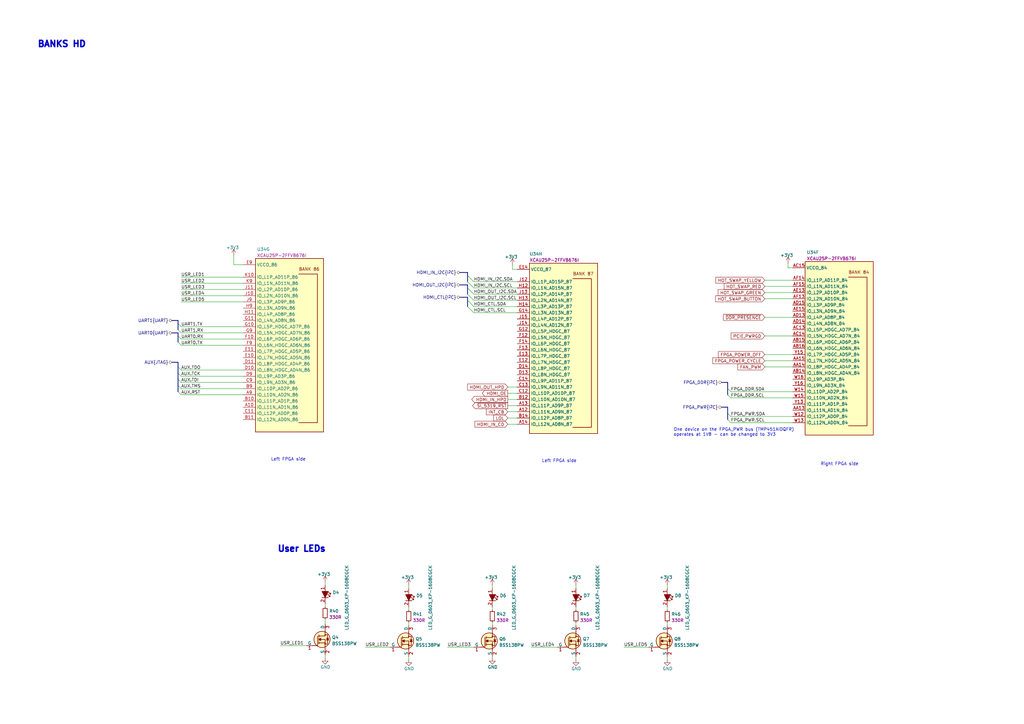
<source format=kicad_sch>
(kicad_sch (version 20230121) (generator eeschema)
  (paper "A3")
  (title_block (title "RDIMM DDR5 Tester") (date "2024-09-26") (rev "2.0.0") (comment 1 "www.antmicro.com") (comment 2 "Antmicro Ltd"))
  (bus_entry (at 194.31 120.65) (size -2.54 -2.54))
  (bus_entry (at 74.295 139.065) (size -1.27 -1.27))
  (bus_entry (at 194.31 115.57) (size -2.54 -2.54))
  (bus_entry (at 73.025 155.575) (size 1.27 1.27))
  (bus_entry (at 73.025 140.335) (size 1.27 1.27))
  (bus_entry (at 298.45 169.545) (size 1.27 1.27))
  (bus_entry (at 298.45 159.385) (size 1.27 1.27))
  (bus_entry (at 194.31 128.27) (size -2.54 -2.54))
  (bus_entry (at 298.45 161.925) (size 1.27 1.27))
  (bus_entry (at 73.025 135.255) (size 1.27 1.27))
  (bus_entry (at 298.45 172.085) (size 1.27 1.27))
  (bus_entry (at 73.025 150.495) (size 1.27 1.27))
  (bus_entry (at 73.025 132.715) (size 1.27 1.27))
  (bus_entry (at 194.31 118.11) (size -2.54 -2.54))
  (bus_entry (at 194.31 125.73) (size -2.54 -2.54))
  (bus_entry (at 73.025 158.115) (size 1.27 1.27))
  (bus_entry (at 73.025 153.035) (size 1.27 1.27))
  (bus_entry (at 194.31 123.19) (size -2.54 -2.54))
  (bus_entry (at 73.025 160.655) (size 1.27 1.27))
  (wire (pts (xy 217.805 265.43) (xy 228.6 265.43)))
  (wire (pts (xy 201.93 240.03) (xy 201.93 241.3)))
  (wire (pts (xy 201.93 248.92) (xy 201.93 250.19)))
  (wire (pts (xy 74.295 118.745) (xy 99.695 118.745)))
  (bus (pts (xy 70.485 136.525) (xy 73.025 136.525)))
  (wire (pts (xy 313.69 150.495) (xy 325.12 150.495)))
  (wire (pts (xy 133.35 268.605) (xy 133.35 269.875)))
  (bus (pts (xy 298.45 159.385) (xy 298.45 161.925)))
  (wire (pts (xy 273.685 240.03) (xy 273.685 241.3)))
  (wire (pts (xy 74.295 156.845) (xy 99.695 156.845)))
  (wire (pts (xy 149.86 265.43) (xy 160.02 265.43)))
  (bus (pts (xy 191.77 121.92) (xy 191.77 123.19)))
  (wire (pts (xy 208.28 158.75) (xy 212.09 158.75)))
  (wire (pts (xy 323.215 109.855) (xy 325.12 109.855)))
  (wire (pts (xy 74.295 123.825) (xy 99.695 123.825)))
  (wire (pts (xy 167.64 269.24) (xy 167.64 270.51)))
  (wire (pts (xy 210.185 108.585) (xy 210.185 110.49)))
  (wire (pts (xy 95.885 108.585) (xy 99.695 108.585)))
  (wire (pts (xy 74.295 116.205) (xy 99.695 116.205)))
  (wire (pts (xy 194.31 120.65) (xy 212.09 120.65)))
  (wire (pts (xy 210.185 110.49) (xy 212.09 110.49)))
  (wire (pts (xy 194.31 115.57) (xy 212.09 115.57)))
  (wire (pts (xy 74.295 141.605) (xy 99.695 141.605)))
  (bus (pts (xy 188.595 121.92) (xy 191.77 121.92)))
  (wire (pts (xy 236.22 240.03) (xy 236.22 241.3)))
  (bus (pts (xy 191.77 113.03) (xy 191.77 115.57)))
  (wire (pts (xy 74.295 113.665) (xy 99.695 113.665)))
  (wire (pts (xy 208.28 168.91) (xy 212.09 168.91)))
  (wire (pts (xy 273.685 248.92) (xy 273.685 250.19)))
  (wire (pts (xy 194.31 118.11) (xy 212.09 118.11)))
  (wire (pts (xy 201.93 269.24) (xy 201.93 269.875)))
  (wire (pts (xy 74.295 151.765) (xy 99.695 151.765)))
  (wire (pts (xy 273.685 269.24) (xy 273.685 270.51)))
  (wire (pts (xy 95.885 104.775) (xy 95.885 108.585)))
  (wire (pts (xy 255.905 265.43) (xy 266.065 265.43)))
  (bus (pts (xy 188.595 116.84) (xy 191.77 116.84)))
  (bus (pts (xy 191.77 116.84) (xy 191.77 118.11)))
  (bus (pts (xy 70.485 148.59) (xy 73.025 148.59)))
  (bus (pts (xy 191.77 123.19) (xy 191.77 125.73)))
  (wire (pts (xy 313.69 137.795) (xy 325.12 137.795)))
  (bus (pts (xy 73.025 153.035) (xy 73.025 155.575)))
  (bus (pts (xy 73.025 131.445) (xy 73.025 132.715)))
  (wire (pts (xy 313.69 145.415) (xy 325.12 145.415)))
  (wire (pts (xy 74.295 139.065) (xy 99.695 139.065)))
  (wire (pts (xy 313.69 120.015) (xy 325.12 120.015)))
  (wire (pts (xy 74.295 159.385) (xy 99.695 159.385)))
  (wire (pts (xy 194.31 128.27) (xy 212.09 128.27)))
  (wire (pts (xy 167.64 240.03) (xy 167.64 241.3)))
  (wire (pts (xy 201.93 255.27) (xy 201.93 256.54)))
  (bus (pts (xy 73.025 148.59) (xy 73.025 150.495)))
  (wire (pts (xy 236.22 255.27) (xy 236.22 256.54)))
  (wire (pts (xy 194.31 125.73) (xy 212.09 125.73)))
  (bus (pts (xy 70.485 131.445) (xy 73.025 131.445)))
  (bus (pts (xy 73.025 158.115) (xy 73.025 160.655)))
  (bus (pts (xy 73.025 155.575) (xy 73.025 158.115)))
  (bus (pts (xy 298.45 169.545) (xy 298.45 172.085)))
  (wire (pts (xy 323.215 107.95) (xy 323.215 109.855)))
  (wire (pts (xy 74.295 133.985) (xy 99.695 133.985)))
  (bus (pts (xy 73.025 137.795) (xy 73.025 140.335)))
  (bus (pts (xy 73.025 132.715) (xy 73.025 135.255)))
  (bus (pts (xy 191.77 118.11) (xy 191.77 120.65)))
  (wire (pts (xy 194.31 123.19) (xy 212.09 123.19)))
  (wire (pts (xy 313.69 147.955) (xy 325.12 147.955)))
  (wire (pts (xy 208.28 173.99) (xy 212.09 173.99)))
  (bus (pts (xy 295.91 156.845) (xy 298.45 156.845)))
  (wire (pts (xy 183.515 265.43) (xy 194.31 265.43)))
  (wire (pts (xy 133.35 254) (xy 133.35 255.905)))
  (wire (pts (xy 208.28 161.29) (xy 212.09 161.29)))
  (wire (pts (xy 313.69 122.555) (xy 325.12 122.555)))
  (bus (pts (xy 298.45 167.005) (xy 298.45 169.545)))
  (bus (pts (xy 191.77 111.76) (xy 191.77 113.03)))
  (wire (pts (xy 299.72 160.655) (xy 325.12 160.655)))
  (wire (pts (xy 273.685 255.27) (xy 273.685 256.54)))
  (wire (pts (xy 299.72 173.355) (xy 325.12 173.355)))
  (wire (pts (xy 74.295 161.925) (xy 99.695 161.925)))
  (wire (pts (xy 114.935 264.795) (xy 125.73 264.795)))
  (wire (pts (xy 236.22 248.92) (xy 236.22 250.19)))
  (wire (pts (xy 167.64 248.92) (xy 167.64 250.19)))
  (wire (pts (xy 208.28 171.45) (xy 212.09 171.45)))
  (wire (pts (xy 208.28 163.83) (xy 212.09 163.83)))
  (wire (pts (xy 236.22 269.24) (xy 236.22 270.51)))
  (wire (pts (xy 74.295 121.285) (xy 99.695 121.285)))
  (wire (pts (xy 313.69 114.935) (xy 325.12 114.935)))
  (wire (pts (xy 299.72 163.195) (xy 325.12 163.195)))
  (bus (pts (xy 295.91 167.005) (xy 298.45 167.005)))
  (wire (pts (xy 167.64 255.27) (xy 167.64 256.54)))
  (bus (pts (xy 73.025 136.525) (xy 73.025 137.795)))
  (wire (pts (xy 133.35 238.76) (xy 133.35 240.03)))
  (wire (pts (xy 313.69 117.475) (xy 325.12 117.475)))
  (wire (pts (xy 299.72 170.815) (xy 325.12 170.815)))
  (wire (pts (xy 74.295 136.525) (xy 99.695 136.525)))
  (bus (pts (xy 188.595 111.76) (xy 191.77 111.76)))
  (wire (pts (xy 133.35 247.65) (xy 133.35 248.92)))
  (wire (pts (xy 313.69 130.175) (xy 325.12 130.175)))
  (wire (pts (xy 208.28 166.37) (xy 212.09 166.37)))
  (bus (pts (xy 73.025 150.495) (xy 73.025 153.035)))
  (wire (pts (xy 74.295 154.305) (xy 99.695 154.305)))
  (bus (pts (xy 298.45 156.845) (xy 298.45 159.385)))
  (text "Left FPGA side" (at 222.25 189.865 0) (effects (font (size 1.27 1.27)) (justify left bottom)))
  (text "User LEDs" (at 113.665 226.695 0) (effects (font (size 2.54 2.54) (thickness 0.5994) bold) (justify left bottom)))
  (text "Left FPGA side" (at 111.125 189.23 0) (effects (font (size 1.27 1.27)) (justify left bottom)))
  (text "BANKS HD" (at 15.24 19.685 0) (effects (font (size 2.54 2.54) (thickness 0.5994) bold) (justify left bottom)))
  (text "One device on the FPGA_PWR bus (TMP451AIDQFR)\noperates at 1V8 - can be changed to 3V3" (at 276.225 179.07 0) (effects (font (size 1.27 1.27)) (justify left bottom)))
  (text "Right FPGA side" (at 336.55 191.135 0) (effects (font (size 1.27 1.27)) (justify left bottom)))
  (label "USR_LED5" (at 255.905 265.43 0))
  (label "FPGA_DDR.SCL" (at 299.72 163.195 0))
  (label "USR_LED5" (at 74.295 123.825 0))
  (label "FPGA_DDR.SDA" (at 299.72 160.655 0))
  (label "HDMI_CTL.SCL" (at 194.31 128.27 0))
  (label "AUX.RST" (at 74.295 161.925 0))
  (label "USR_LED4" (at 74.295 121.285 0))
  (label "HDMI_OUT_I2C.SDA" (at 194.31 120.65 0))
  (label "USR_LED1" (at 114.935 264.795 0))
  (label "FPGA_PWR.SDA" (at 299.72 170.815 0))
  (label "AUX.TDO" (at 74.295 151.765 0))
  (label "USR_LED4" (at 217.805 265.43 0))
  (label "FPGA_PWR.SCL" (at 299.72 173.355 0))
  (label "USR_LED2" (at 149.86 265.43 0))
  (label "UART1.RX" (at 74.295 136.525 0))
  (label "HDMI_IN_I2C.SCL" (at 194.31 118.11 0))
  (label "HDMI_CTL.SDA" (at 194.31 125.73 0))
  (label "HDMI_IN_I2C.SDA" (at 194.31 115.57 0))
  (label "USR_LED3" (at 74.295 118.745 0))
  (label "AUX.TCK" (at 74.295 154.305 0))
  (label "HDMI_OUT_I2C.SCL" (at 194.31 123.19 0))
  (label "USR_LED1" (at 74.295 113.665 0))
  (label "USR_LED2" (at 74.295 116.205 0))
  (label "UART0.RX" (at 74.295 139.065 0))
  (label "AUX.TMS" (at 74.295 159.385 0))
  (label "UART0.TX" (at 74.295 141.605 0))
  (label "USR_LED3" (at 183.515 265.43 0))
  (label "UART1.TX" (at 74.295 133.985 0))
  (label "AUX.TDI" (at 74.295 156.845 0))
  (global_label "HDMI_IN_HPD" (shape output) (at 208.28 163.83 180) (property "Intersheetrefs" "${INTERSHEET_REFS}" (at 193.5513 163.83 0) (effects (justify right))))
  (global_label "HOT_SWAP_RED" (shape input) (at 313.69 117.475 180) (property "Intersheetrefs" "${INTERSHEET_REFS}" (at 297.0934 117.3956 0) (effects (justify right))))
  (global_label "HDMI_OUT_HPD" (shape input) (at 208.28 158.75 180) (property "Intersheetrefs" "${INTERSHEET_REFS}" (at 191.858 158.75 0) (effects (justify right))))
  (global_label "~{SI_5319_RST}" (shape output) (at 208.28 166.37 180) (property "Intersheetrefs" "${INTERSHEET_REFS}" (at 193.9144 166.37 0) (effects (justify right))))
  (global_label "FPGA_POWER_OFF" (shape input) (at 313.69 145.415 180) (property "Intersheetrefs" "${INTERSHEET_REFS}" (at 294.7348 145.3356 0) (effects (justify right))))
  (global_label "FPGA_POWER_CYCLE" (shape input) (at 313.69 147.955 180) (property "Intersheetrefs" "${INTERSHEET_REFS}" (at 292.4368 147.8756 0) (effects (justify right))))
  (global_label "HDMI_OE" (shape output) (at 208.28 161.29 180) (property "Intersheetrefs" "${INTERSHEET_REFS}" (at 197.8452 161.29 0) (effects (justify right))))
  (global_label "FAN_PWM" (shape input) (at 313.69 150.495 180) (property "Intersheetrefs" "${INTERSHEET_REFS}" (at 302.7177 150.4156 0) (effects (justify right))))
  (global_label "HDMI_IN_CD" (shape input) (at 208.28 173.99 180) (property "Intersheetrefs" "${INTERSHEET_REFS}" (at 194.8818 173.99 0) (effects (justify right))))
  (global_label "HOT_SWAP_BUTTON" (shape input) (at 313.69 122.555 180) (property "Intersheetrefs" "${INTERSHEET_REFS}" (at 293.5858 122.6344 0) (effects (justify right))))
  (global_label "LOL" (shape input) (at 208.28 171.45 180) (property "Intersheetrefs" "${INTERSHEET_REFS}" (at 202.5623 171.45 0) (effects (justify right))))
  (global_label "HOT_SWAP_GREEN" (shape input) (at 313.69 120.015 180) (property "Intersheetrefs" "${INTERSHEET_REFS}" (at 294.6139 119.9356 0) (effects (justify right))))
  (global_label "INT_CB" (shape input) (at 208.28 168.91 180) (property "Intersheetrefs" "${INTERSHEET_REFS}" (at 199.5385 168.91 0) (effects (justify right))))
  (global_label "HOT_SWAP_YELLOW" (shape input) (at 313.69 114.935 180) (property "Intersheetrefs" "${INTERSHEET_REFS}" (at 293.7068 114.8556 0) (effects (justify right))))
  (global_label "PCIE.PWRGD" (shape input) (at 313.69 137.795 180) (property "Intersheetrefs" "${INTERSHEET_REFS}" (at 299.9358 137.8744 0) (effects (justify right))))
  (global_label "~{DDR_PRESENCE}" (shape input) (at 313.69 130.175 180) (property "Intersheetrefs" "${INTERSHEET_REFS}" (at 296.791 130.2544 0) (effects (justify right))))
  (hierarchical_label "FPGA_PWR{I^{2}C}" (shape bidirectional) (at 295.91 167.005 180))
  (hierarchical_label "FPGA_DDR{I^{2}C}" (shape bidirectional) (at 295.91 156.845 180))
  (hierarchical_label "HDMI_CTL{I^{2}C}" (shape bidirectional) (at 188.595 121.92 180))
  (hierarchical_label "UART0{UART}" (shape bidirectional) (at 70.485 136.525 180))
  (hierarchical_label "HDMI_OUT_I2C{I^{2}C}" (shape bidirectional) (at 188.595 116.84 180))
  (hierarchical_label "HDMI_IN_I2C{I^{2}C}" (shape bidirectional) (at 188.595 111.76 180))
  (hierarchical_label "AUX{JTAG}" (shape bidirectional) (at 70.485 148.59 180))
  (hierarchical_label "UART1{UART}" (shape bidirectional) (at 70.485 131.445 180))
  (symbol (lib_id "antmicroResistors0402:R_330R_0402") (at 201.93 250.19 270) (unit 1)
    (property "Reference" "R42" (at 203.581 251.8994 90) (effects (justify left)))
    (property "Value" "R_330R_0402" (effects hide))
    (property "Footprint" "antmicro-footprints:R_0402_1005Metric" (effects hide))
    (property "Datasheet" "https://www.bourns.com/docs/product-datasheets/cr.pdf" (effects hide))
    (property "Manufacturer" "Bourns" (effects hide))
    (property "MPN" "CR0402-FX-3300GLF" (effects hide))
    (property "Val" "330R" (at 203.581 254.4297 90) (effects (justify left)))
    (property "License" "Apache-2.0" (effects hide))
    (property "Author" "Antmicro" (effects hide))
    (property "Tolerance" "1%" (effects hide))
  )
  (symbol (lib_id "antmicropower:+3V3") (at 201.93 240.03 0) (unit 1)
    (property "Reference" "#PWR0430" (effects hide))
    (property "Value" "+3V3" (at 198.755 237.49 0) (effects (justify left bottom)))
    (property "Author" "Antmicro" (effects hide))
    (property "License" "Apache-2.0" (effects hide))
  )
  (symbol (lib_id "antmicroTransistorsFETsMOSFETsSingle:BSS138PW") (at 228.6 265.43 0) (unit 1)
    (property "Reference" "Q7" (at 239.014 262.0594 0) (effects (justify left)))
    (property "Value" "BSS138PW" (at 239.014 264.5897 0) (effects (justify left)))
    (property "Footprint" "antmicro-footprints:SC70-3" (effects hide))
    (property "Datasheet" "https://assets.nexperia.com/documents/data-sheet/BSS138PW.pdf" (effects hide))
    (property "MPN" "BSS138PW" (effects hide))
    (property "Manufacturer" "Nexperia" (effects hide))
    (property "Author" "Antmicro" (effects hide))
    (property "License" "Apache-2.0" (effects hide))
  )
  (symbol (lib_id "antmicroResistors0402:R_330R_0402") (at 167.64 250.19 270) (unit 1)
    (property "Reference" "R41" (at 169.291 251.8994 90) (effects (justify left)))
    (property "Value" "R_330R_0402" (effects hide))
    (property "Footprint" "antmicro-footprints:R_0402_1005Metric" (effects hide))
    (property "Datasheet" "https://www.bourns.com/docs/product-datasheets/cr.pdf" (effects hide))
    (property "Manufacturer" "Bourns" (effects hide))
    (property "MPN" "CR0402-FX-3300GLF" (effects hide))
    (property "Val" "330R" (at 169.291 254.4297 90) (effects (justify left)))
    (property "License" "Apache-2.0" (effects hide))
    (property "Author" "Antmicro" (effects hide))
    (property "Tolerance" "1%" (effects hide))
  )
  (symbol (lib_id "antmicroTransistorsFETsMOSFETsSingle:BSS138PW") (at 266.065 265.43 0) (unit 1)
    (property "Reference" "Q8" (at 276.479 262.0594 0) (effects (justify left)))
    (property "Value" "BSS138PW" (at 276.479 264.5897 0) (effects (justify left)))
    (property "Footprint" "antmicro-footprints:SC70-3" (effects hide))
    (property "Datasheet" "https://assets.nexperia.com/documents/data-sheet/BSS138PW.pdf" (effects hide))
    (property "MPN" "BSS138PW" (effects hide))
    (property "Manufacturer" "Nexperia" (effects hide))
    (property "Author" "Antmicro" (effects hide))
    (property "License" "Apache-2.0" (effects hide))
  )
  (symbol (lib_id "antmicropower:GND") (at 201.93 269.875 0) (unit 1)
    (property "Reference" "#PWR0431" (effects hide))
    (property "Value" "GND" (at 200.025 274.32 0) (effects (justify left bottom)))
    (property "Author" "Antmicro" (effects hide))
    (property "License" "Apache-2.0" (effects hide))
  )
  (symbol (lib_id "antmicroLEDIndicationDiscrete:LED_G_0603_KP-1608CGCK") (at 133.35 240.03 270) (unit 1)
    (property "Reference" "D4" (at 136.398 243.0094 90) (effects (justify left)))
    (property "Value" "LED_G_0603_KP-1608CGCK" (at 142.24 245.11 0))
    (property "Footprint" "antmicro-footprints:LED_0603_1608Metric_G" (effects hide))
    (property "Datasheet" "http://www.farnell.com/datasheets/2045956.pdf" (effects hide))
    (property "MPN" "KP-1608CGCK" (effects hide))
    (property "Manufacturer" "Kingbright" (effects hide))
    (property "Author" "Antmicro" (effects hide))
    (property "License" "Apache-2.0" (effects hide))
  )
  (symbol (lib_id "antmicroResistors0402:R_330R_0402") (at 236.22 250.19 270) (unit 1)
    (property "Reference" "R45" (at 237.871 251.8994 90) (effects (justify left)))
    (property "Value" "R_330R_0402" (effects hide))
    (property "Footprint" "antmicro-footprints:R_0402_1005Metric" (effects hide))
    (property "Datasheet" "https://www.bourns.com/docs/product-datasheets/cr.pdf" (effects hide))
    (property "Manufacturer" "Bourns" (effects hide))
    (property "MPN" "CR0402-FX-3300GLF" (effects hide))
    (property "Val" "330R" (at 237.871 254.4297 90) (effects (justify left)))
    (property "License" "Apache-2.0" (effects hide))
    (property "Author" "Antmicro" (effects hide))
    (property "Tolerance" "1%" (effects hide))
  )
  (symbol (lib_id "antmicroLEDIndicationDiscrete:LED_G_0603_KP-1608CGCK") (at 167.64 241.3 270) (unit 1)
    (property "Reference" "D5" (at 170.688 244.2794 90) (effects (justify left)))
    (property "Value" "LED_G_0603_KP-1608CGCK" (at 176.53 245.11 0))
    (property "Footprint" "antmicro-footprints:LED_0603_1608Metric_G" (effects hide))
    (property "Datasheet" "http://www.farnell.com/datasheets/2045956.pdf" (effects hide))
    (property "MPN" "KP-1608CGCK" (effects hide))
    (property "Manufacturer" "Kingbright" (effects hide))
    (property "Author" "Antmicro" (effects hide))
    (property "License" "Apache-2.0" (effects hide))
  )
  (symbol (lib_id "antmicroLEDIndicationDiscrete:LED_G_0603_KP-1608CGCK") (at 236.22 241.3 270) (unit 1)
    (property "Reference" "D7" (at 239.268 244.2794 90) (effects (justify left)))
    (property "Value" "LED_G_0603_KP-1608CGCK" (at 245.11 245.11 0))
    (property "Footprint" "antmicro-footprints:LED_0603_1608Metric_G" (effects hide))
    (property "Datasheet" "http://www.farnell.com/datasheets/2045956.pdf" (effects hide))
    (property "MPN" "KP-1608CGCK" (effects hide))
    (property "Manufacturer" "Kingbright" (effects hide))
    (property "Author" "Antmicro" (effects hide))
    (property "License" "Apache-2.0" (effects hide))
  )
  (symbol (lib_id "antmicropower:GND") (at 133.35 269.875 0) (unit 1)
    (property "Reference" "#PWR0427" (effects hide))
    (property "Value" "GND" (at 131.445 274.32 0) (effects (justify left bottom)))
    (property "Author" "Antmicro" (effects hide))
    (property "License" "Apache-2.0" (effects hide))
  )
  (symbol (lib_id "antmicropower:GND") (at 167.64 270.51 0) (unit 1)
    (property "Reference" "#PWR0429" (effects hide))
    (property "Value" "GND" (at 165.735 274.955 0) (effects (justify left bottom)))
    (property "Author" "Antmicro" (effects hide))
    (property "License" "Apache-2.0" (effects hide))
  )
  (symbol (lib_id "antmicroResistors0402:R_330R_0402") (at 133.35 248.92 270) (unit 1)
    (property "Reference" "R40" (at 135.001 250.6294 90) (effects (justify left)))
    (property "Value" "R_330R_0402" (effects hide))
    (property "Footprint" "antmicro-footprints:R_0402_1005Metric" (effects hide))
    (property "Datasheet" "https://www.bourns.com/docs/product-datasheets/cr.pdf" (effects hide))
    (property "Manufacturer" "Bourns" (effects hide))
    (property "MPN" "CR0402-FX-3300GLF" (effects hide))
    (property "Val" "330R" (at 135.001 253.1597 90) (effects (justify left)))
    (property "License" "Apache-2.0" (effects hide))
    (property "Author" "Antmicro" (effects hide))
    (property "Tolerance" "1%" (effects hide))
  )
  (symbol (lib_id "antmicropower:+3V3") (at 273.685 240.03 0) (unit 1)
    (property "Reference" "#PWR0434" (effects hide))
    (property "Value" "+3V3" (at 270.51 237.49 0) (effects (justify left bottom)))
    (property "Author" "Antmicro" (effects hide))
    (property "License" "Apache-2.0" (effects hide))
  )
  (symbol (lib_id "antmicropower:+3V3") (at 323.215 107.95 0) (unit 1)
    (property "Reference" "#PWR0145" (effects hide))
    (property "Value" "+3V3" (at 320.04 105.41 0) (effects (justify left bottom)))
    (property "Author" "Antmicro" (effects hide))
    (property "License" "Apache-2.0" (effects hide))
  )
  (symbol (lib_id "antmicropower:+3V3") (at 95.885 104.775 0) (unit 1)
    (property "Reference" "#PWR0153" (effects hide))
    (property "Value" "+3V3" (at 92.71 102.235 0) (effects (justify left bottom)))
    (property "Author" "Antmicro" (effects hide))
    (property "License" "Apache-2.0" (effects hide))
  )
  (symbol (lib_id "antmicroLEDIndicationDiscrete:LED_G_0603_KP-1608CGCK") (at 273.685 241.3 270) (unit 1)
    (property "Reference" "D8" (at 276.733 244.2794 90) (effects (justify left)))
    (property "Value" "LED_G_0603_KP-1608CGCK" (at 281.94 245.11 0))
    (property "Footprint" "antmicro-footprints:LED_0603_1608Metric_G" (effects hide))
    (property "Datasheet" "http://www.farnell.com/datasheets/2045956.pdf" (effects hide))
    (property "MPN" "KP-1608CGCK" (effects hide))
    (property "Manufacturer" "Kingbright" (effects hide))
    (property "Author" "Antmicro" (effects hide))
    (property "License" "Apache-2.0" (effects hide))
  )
  (symbol (lib_id "antmicroLEDIndicationDiscrete:LED_G_0603_KP-1608CGCK") (at 201.93 241.3 270) (unit 1)
    (property "Reference" "D6" (at 204.978 244.2794 90) (effects (justify left)))
    (property "Value" "LED_G_0603_KP-1608CGCK" (at 210.82 245.11 0))
    (property "Footprint" "antmicro-footprints:LED_0603_1608Metric_G" (effects hide))
    (property "Datasheet" "http://www.farnell.com/datasheets/2045956.pdf" (effects hide))
    (property "MPN" "KP-1608CGCK" (effects hide))
    (property "Manufacturer" "Kingbright" (effects hide))
    (property "Author" "Antmicro" (effects hide))
    (property "License" "Apache-2.0" (effects hide))
  )
  (symbol (lib_id "antmicroFPGAChips:XCAU25P-2FFVB676I") (at 212.09 110.49 0) (unit 8)
    (property "Reference" "U34" (at 217.17 104.14 0) (effects (justify left)))
    (property "Value" "XCAU25P-2FFVB676I" (effects hide))
    (property "Footprint" "antmicro-footprints:BGA-676_27x27mm_Layout26x26_P1x1mm_FFVB676" (effects hide))
    (property "Datasheet" "https://docs.xilinx.com/viewer/book-attachment/2PXOpPtpaABIt0fkzeBLnw/hvbsEUaOT0OxFhln7VEVyA" (effects hide))
    (property "MPN" "XCAU25P-2FFVB676I" (at 217.17 106.68 0) (effects (justify left)))
    (property "Manufacturer" "AMD-Xilinx" (effects hide))
    (property "Author" "Antmicro" (effects hide))
    (property "License" "Apache-2.0" (effects hide))
  )
  (symbol (lib_id "antmicroFPGAChips:XCAU25P-2FFVB676I") (at 99.695 108.585 0) (unit 7)
    (property "Reference" "U34" (at 105.41 102.235 0) (effects (justify left)))
    (property "Value" "XCAU25P-2FFVB676I" (effects hide))
    (property "Footprint" "antmicro-footprints:BGA-676_27x27mm_Layout26x26_P1x1mm_FFVB676" (effects hide))
    (property "Datasheet" "https://docs.xilinx.com/viewer/book-attachment/2PXOpPtpaABIt0fkzeBLnw/hvbsEUaOT0OxFhln7VEVyA" (effects hide))
    (property "MPN" "XCAU25P-2FFVB676I" (at 105.41 104.775 0) (effects (justify left)))
    (property "Manufacturer" "AMD-Xilinx" (effects hide))
    (property "Author" "Antmicro" (effects hide))
    (property "License" "Apache-2.0" (effects hide))
  )
  (symbol (lib_id "antmicropower:+3V3") (at 133.35 238.76 0) (unit 1)
    (property "Reference" "#PWR0426" (effects hide))
    (property "Value" "+3V3" (at 130.175 236.22 0) (effects (justify left bottom)))
    (property "Author" "Antmicro" (effects hide))
    (property "License" "Apache-2.0" (effects hide))
  )
  (symbol (lib_id "antmicroFPGAChips:XCAU25P-2FFVB676I") (at 325.12 109.855 0) (unit 6)
    (property "Reference" "U34" (at 330.835 103.505 0) (effects (justify left)))
    (property "Value" "XCAU25P-2FFVB676I" (effects hide))
    (property "Footprint" "antmicro-footprints:BGA-676_27x27mm_Layout26x26_P1x1mm_FFVB676" (effects hide))
    (property "Datasheet" "https://docs.xilinx.com/viewer/book-attachment/2PXOpPtpaABIt0fkzeBLnw/hvbsEUaOT0OxFhln7VEVyA" (effects hide))
    (property "MPN" "XCAU25P-2FFVB676I" (at 330.835 106.045 0) (effects (justify left)))
    (property "Manufacturer" "AMD-Xilinx" (effects hide))
    (property "Author" "Antmicro" (effects hide))
    (property "License" "Apache-2.0" (effects hide))
  )
  (symbol (lib_id "antmicroTransistorsFETsMOSFETsSingle:BSS138PW") (at 160.02 265.43 0) (unit 1)
    (property "Reference" "Q5" (at 170.434 262.0594 0) (effects (justify left)))
    (property "Value" "BSS138PW" (at 170.434 264.5897 0) (effects (justify left)))
    (property "Footprint" "antmicro-footprints:SC70-3" (effects hide))
    (property "Datasheet" "https://assets.nexperia.com/documents/data-sheet/BSS138PW.pdf" (effects hide))
    (property "MPN" "BSS138PW" (effects hide))
    (property "Manufacturer" "Nexperia" (effects hide))
    (property "Author" "Antmicro" (effects hide))
    (property "License" "Apache-2.0" (effects hide))
  )
  (symbol (lib_id "antmicropower:GND") (at 236.22 270.51 0) (unit 1)
    (property "Reference" "#PWR0433" (effects hide))
    (property "Value" "GND" (at 234.315 274.955 0) (effects (justify left bottom)))
    (property "Author" "Antmicro" (effects hide))
    (property "License" "Apache-2.0" (effects hide))
  )
  (symbol (lib_id "antmicropower:+3V3") (at 210.185 108.585 0) (unit 1)
    (property "Reference" "#PWR0154" (effects hide))
    (property "Value" "+3V3" (at 207.01 106.045 0) (effects (justify left bottom)))
    (property "Author" "Antmicro" (effects hide))
    (property "License" "Apache-2.0" (effects hide))
  )
  (symbol (lib_id "antmicropower:+3V3") (at 167.64 240.03 0) (unit 1)
    (property "Reference" "#PWR0428" (effects hide))
    (property "Value" "+3V3" (at 164.465 237.49 0) (effects (justify left bottom)))
    (property "Author" "Antmicro" (effects hide))
    (property "License" "Apache-2.0" (effects hide))
  )
  (symbol (lib_id "antmicropower:+3V3") (at 236.22 240.03 0) (unit 1)
    (property "Reference" "#PWR0432" (effects hide))
    (property "Value" "+3V3" (at 233.045 237.49 0) (effects (justify left bottom)))
    (property "Author" "Antmicro" (effects hide))
    (property "License" "Apache-2.0" (effects hide))
  )
  (symbol (lib_id "antmicroTransistorsFETsMOSFETsSingle:BSS138PW") (at 194.31 265.43 0) (unit 1)
    (property "Reference" "Q6" (at 204.724 262.0594 0) (effects (justify left)))
    (property "Value" "BSS138PW" (at 204.724 264.5897 0) (effects (justify left)))
    (property "Footprint" "antmicro-footprints:SC70-3" (effects hide))
    (property "Datasheet" "https://assets.nexperia.com/documents/data-sheet/BSS138PW.pdf" (effects hide))
    (property "MPN" "BSS138PW" (effects hide))
    (property "Manufacturer" "Nexperia" (effects hide))
    (property "Author" "Antmicro" (effects hide))
    (property "License" "Apache-2.0" (effects hide))
  )
  (symbol (lib_id "antmicropower:GND") (at 273.685 270.51 0) (unit 1)
    (property "Reference" "#PWR0435" (effects hide))
    (property "Value" "GND" (at 271.78 274.955 0) (effects (justify left bottom)))
    (property "Author" "Antmicro" (effects hide))
    (property "License" "Apache-2.0" (effects hide))
  )
  (symbol (lib_id "antmicroResistors0402:R_330R_0402") (at 273.685 250.19 270) (unit 1)
    (property "Reference" "R46" (at 275.336 251.8994 90) (effects (justify left)))
    (property "Value" "R_330R_0402" (effects hide))
    (property "Footprint" "antmicro-footprints:R_0402_1005Metric" (effects hide))
    (property "Datasheet" "https://www.bourns.com/docs/product-datasheets/cr.pdf" (effects hide))
    (property "Manufacturer" "Bourns" (effects hide))
    (property "MPN" "CR0402-FX-3300GLF" (effects hide))
    (property "Val" "330R" (at 275.336 254.4297 90) (effects (justify left)))
    (property "License" "Apache-2.0" (effects hide))
    (property "Author" "Antmicro" (effects hide))
    (property "Tolerance" "1%" (effects hide))
  )
  (symbol (lib_id "antmicroTransistorsFETsMOSFETsSingle:BSS138PW") (at 125.73 264.795 0) (unit 1)
    (property "Reference" "Q4" (at 136.144 261.4244 0) (effects (justify left)))
    (property "Value" "BSS138PW" (at 136.144 263.9547 0) (effects (justify left)))
    (property "Footprint" "antmicro-footprints:SC70-3" (effects hide))
    (property "Datasheet" "https://assets.nexperia.com/documents/data-sheet/BSS138PW.pdf" (effects hide))
    (property "MPN" "BSS138PW" (effects hide))
    (property "Manufacturer" "Nexperia" (effects hide))
    (property "Author" "Antmicro" (effects hide))
    (property "License" "Apache-2.0" (effects hide))
  )
)
</source>
